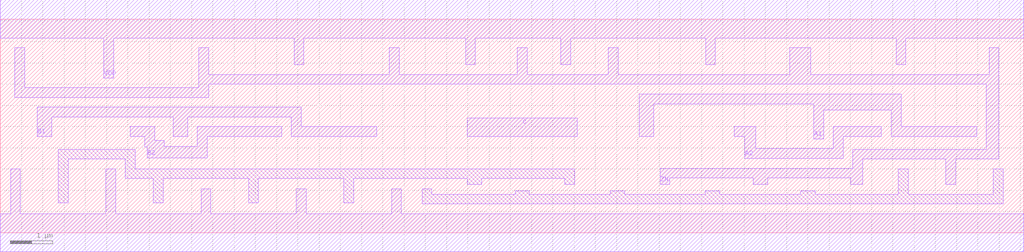
<source format=lef>
# Copyright 2022 GlobalFoundries PDK Authors
#
# Licensed under the Apache License, Version 2.0 (the "License");
# you may not use this file except in compliance with the License.
# You may obtain a copy of the License at
#
#      http://www.apache.org/licenses/LICENSE-2.0
#
# Unless required by applicable law or agreed to in writing, software
# distributed under the License is distributed on an "AS IS" BASIS,
# WITHOUT WARRANTIES OR CONDITIONS OF ANY KIND, either express or implied.
# See the License for the specific language governing permissions and
# limitations under the License.

MACRO gf180mcu_fd_sc_mcu9t5v0__oai221_4
  CLASS core ;
  FOREIGN gf180mcu_fd_sc_mcu9t5v0__oai221_4 0.0 0.0 ;
  ORIGIN 0 0 ;
  SYMMETRY X Y ;
  SITE GF018hv5v_green_sc9 ;
  SIZE 24.08 BY 5.04 ;
  PIN A1
    DIRECTION INPUT ;
    ANTENNAGATEAREA 6.828 ;
    PORT
      LAYER METAL1 ;
        POLYGON 15.03 2.27 15.37 2.27 15.37 3.04 19.14 3.04 19.14 2.215 19.37 2.215 19.37 2.89 20.96 2.89 20.96 2.27 22.97 2.27 22.97 2.5 21.19 2.5 21.19 3.27 15.03 3.27  ;
    END
  END A1
  PIN A2
    DIRECTION INPUT ;
    ANTENNAGATEAREA 6.828 ;
    PORT
      LAYER METAL1 ;
        POLYGON 17.27 2.27 17.51 2.27 17.51 1.755 19.83 1.755 19.83 2.27 20.73 2.27 20.73 2.5 19.6 2.5 19.6 1.985 17.77 1.985 17.77 2.5 17.27 2.5  ;
    END
  END A2
  PIN B1
    DIRECTION INPUT ;
    ANTENNAGATEAREA 6.828 ;
    PORT
      LAYER METAL1 ;
        POLYGON 0.87 2.27 1.21 2.27 1.21 2.73 4.07 2.73 4.07 2.27 4.41 2.27 4.41 2.73 6.85 2.73 6.85 2.27 8.86 2.27 8.86 2.5 7.08 2.5 7.08 2.96 0.87 2.96  ;
    END
  END B1
  PIN B2
    DIRECTION INPUT ;
    ANTENNAGATEAREA 6.828 ;
    PORT
      LAYER METAL1 ;
        POLYGON 3.06 2.27 3.4 2.27 3.4 2.02 3.46 2.02 3.46 1.77 4.87 1.77 4.87 2.27 6.62 2.27 6.62 2.5 4.64 2.5 4.64 2.04 3.86 2.04 3.86 2.175 3.63 2.175 3.63 2.5 3.06 2.5  ;
    END
  END B2
  PIN C
    DIRECTION INPUT ;
    ANTENNAGATEAREA 6.088 ;
    PORT
      LAYER METAL1 ;
        POLYGON 10.99 2.27 13.515 2.27 13.57 2.27 13.57 2.71 13.515 2.71 10.99 2.71  ;
    END
  END C
  PIN ZN
    DIRECTION OUTPUT ;
    ANTENNADIFFAREA 10.615 ;
    PORT
      LAYER METAL1 ;
        POLYGON 0.345 3.19 4.905 3.19 4.905 3.5 13.515 3.5 23.2 3.5 23.2 1.97 20.06 1.97 20.06 1.52 15.525 1.52 15.525 1.14 15.755 1.14 15.755 1.29 17.71 1.29 17.71 1.14 18.05 1.14 18.05 1.29 20.005 1.29 20.005 1.14 20.29 1.14 20.29 1.74 22.245 1.74 22.245 1.14 22.475 1.14 22.475 1.74 23.495 1.74 23.495 4.36 23.265 4.36 23.265 3.73 19.065 3.73 19.065 4.36 18.57 4.36 18.57 3.73 14.535 3.73 14.535 4.36 14.305 4.36 14.305 3.73 13.515 3.73 12.395 3.73 12.395 4.36 12.165 4.36 12.165 3.73 9.385 3.73 9.385 4.36 9.155 4.36 9.155 3.73 4.905 3.73 4.905 4.36 4.675 4.36 4.675 3.42 0.575 3.42 0.575 4.36 0.345 4.36  ;
    END
  END ZN
  PIN VDD
    DIRECTION INOUT ;
    USE power ;
    SHAPE ABUTMENT ;
    PORT
      LAYER METAL1 ;
        POLYGON 0 4.59 2.435 4.59 2.435 3.65 2.665 3.65 2.665 4.59 6.915 4.59 6.915 3.96 7.145 3.96 7.145 4.59 10.945 4.59 10.945 3.96 11.175 3.96 11.175 4.59 13.185 4.59 13.185 3.96 13.415 3.96 13.415 4.59 13.515 4.59 16.595 4.59 16.595 3.96 16.825 3.96 16.825 4.59 21.075 4.59 21.075 3.96 21.305 3.96 21.305 4.59 23.595 4.59 24.08 4.59 24.08 5.49 23.595 5.49 13.515 5.49 0 5.49  ;
    END
  END VDD
  PIN VSS
    DIRECTION INOUT ;
    USE ground ;
    SHAPE ABUTMENT ;
    PORT
      LAYER METAL1 ;
        POLYGON 0 -0.45 24.08 -0.45 24.08 0.45 9.435 0.45 9.435 1.04 9.205 1.04 9.205 0.45 7.195 0.45 7.195 1.04 6.965 1.04 6.965 0.45 4.955 0.45 4.955 1.04 4.725 1.04 4.725 0.45 2.715 0.45 2.715 1.51 2.485 1.51 2.485 0.45 0.475 0.45 0.475 1.51 0.245 1.51 0.245 0.45 0 0.45  ;
    END
  END VSS
  OBS
      LAYER METAL1 ;
        POLYGON 1.365 0.7 1.595 0.7 1.595 1.74 2.945 1.74 2.945 1.28 3.605 1.28 3.605 0.7 3.835 0.7 3.835 1.28 5.845 1.28 5.845 0.7 6.075 0.7 6.075 1.28 8.085 1.28 8.085 0.7 8.315 0.7 8.315 1.28 10.99 1.28 10.99 1.14 11.33 1.14 11.33 1.28 13.285 1.28 13.285 1.14 13.515 1.14 13.515 1.51 3.175 1.51 3.175 1.97 1.365 1.97  ;
        POLYGON 9.925 0.68 23.595 0.68 23.595 1.51 23.365 1.51 23.365 0.91 21.355 0.91 21.355 1.51 21.125 1.51 21.125 0.91 19.17 0.91 19.17 0.985 18.83 0.985 18.83 0.91 16.93 0.91 16.93 0.985 16.59 0.985 16.59 0.91 14.69 0.91 14.69 0.985 14.35 0.985 14.35 0.91 12.45 0.91 12.45 0.985 12.11 0.985 12.11 0.91 10.155 0.91 10.155 1.04 9.925 1.04  ;
  END
END gf180mcu_fd_sc_mcu9t5v0__oai221_4

</source>
